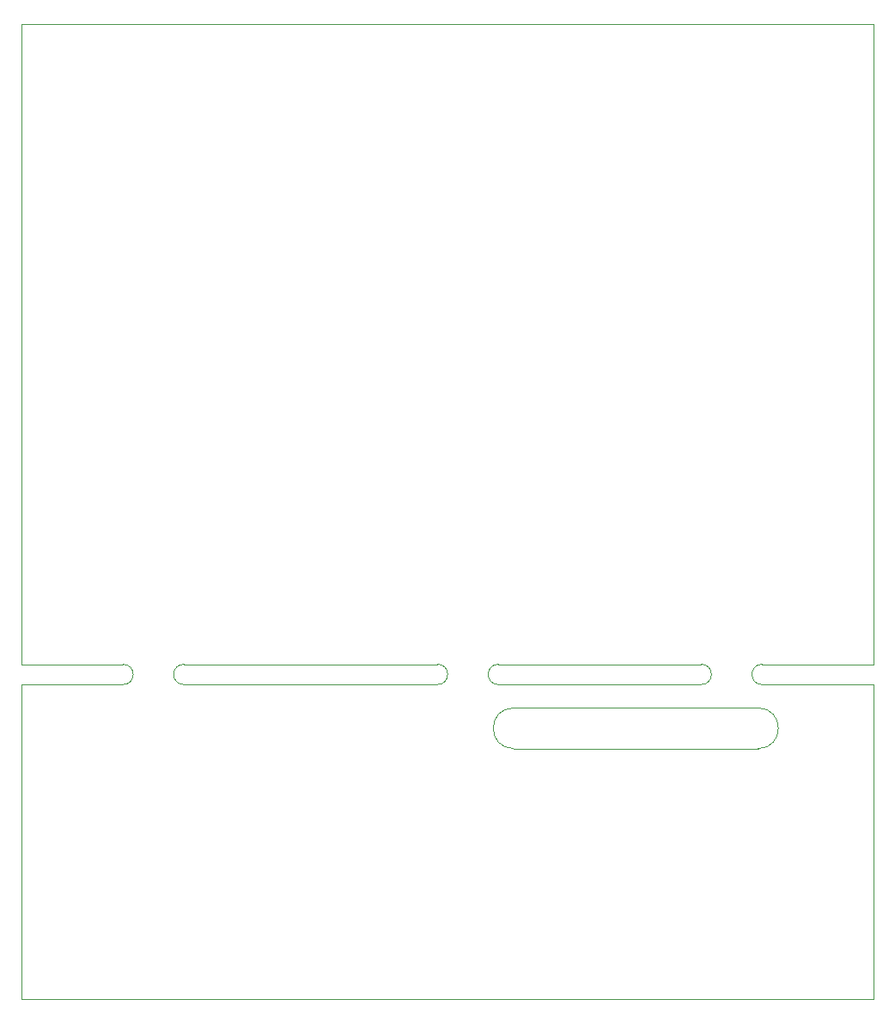
<source format=gm1>
G04 #@! TF.GenerationSoftware,KiCad,Pcbnew,(5.1.9-13-g2d491f9cbd)-1*
G04 #@! TF.CreationDate,2021-06-08T14:19:33+02:00*
G04 #@! TF.ProjectId,Load,4c6f6164-2e6b-4696-9361-645f70636258,rev?*
G04 #@! TF.SameCoordinates,Original*
G04 #@! TF.FileFunction,Profile,NP*
%FSLAX46Y46*%
G04 Gerber Fmt 4.6, Leading zero omitted, Abs format (unit mm)*
G04 Created by KiCad (PCBNEW (5.1.9-13-g2d491f9cbd)-1) date 2021-06-08 14:19:33*
%MOMM*%
%LPD*%
G01*
G04 APERTURE LIST*
G04 #@! TA.AperFunction,Profile*
%ADD10C,0.050000*%
G04 #@! TD*
G04 APERTURE END LIST*
D10*
X81418000Y-70563000D02*
G75*
G02*
X81418000Y-74563000I0J-2000000D01*
G01*
X81418000Y-74563000D02*
X57318000Y-74563000D01*
X57318000Y-70563000D02*
X81418000Y-70563000D01*
X57318000Y-74563000D02*
G75*
G02*
X57318000Y-70563000I0J2000000D01*
G01*
X55818000Y-66263000D02*
X75818000Y-66263000D01*
X24818000Y-66263000D02*
X49818000Y-66263000D01*
X8818000Y-66263000D02*
X18818000Y-66263000D01*
X8818000Y-3263000D02*
X8818000Y-66263000D01*
X92818000Y-3263000D02*
X8818000Y-3263000D01*
X92818000Y-66263000D02*
X92818000Y-3263000D01*
X81818000Y-66263000D02*
X92818000Y-66263000D01*
X92818000Y-68263000D02*
X81818000Y-68263000D01*
X92818000Y-99263000D02*
X92818000Y-68263000D01*
X8818000Y-99263000D02*
X92818000Y-99263000D01*
X8818000Y-68263000D02*
X8818000Y-99263000D01*
X18818000Y-68263000D02*
X8818000Y-68263000D01*
X49818000Y-68263000D02*
X24818000Y-68263000D01*
X75818000Y-68263000D02*
X55818000Y-68263000D01*
X49818000Y-66263000D02*
G75*
G02*
X49818000Y-68263000I0J-1000000D01*
G01*
X75818000Y-66263000D02*
G75*
G02*
X75818000Y-68263000I0J-1000000D01*
G01*
X81818000Y-68263000D02*
G75*
G02*
X81818000Y-66263000I0J1000000D01*
G01*
X55818000Y-68263000D02*
G75*
G02*
X55818000Y-66263000I0J1000000D01*
G01*
X24818000Y-68263000D02*
G75*
G02*
X24818000Y-66263000I0J1000000D01*
G01*
X18818000Y-66263000D02*
G75*
G02*
X18818000Y-68263000I0J-1000000D01*
G01*
M02*

</source>
